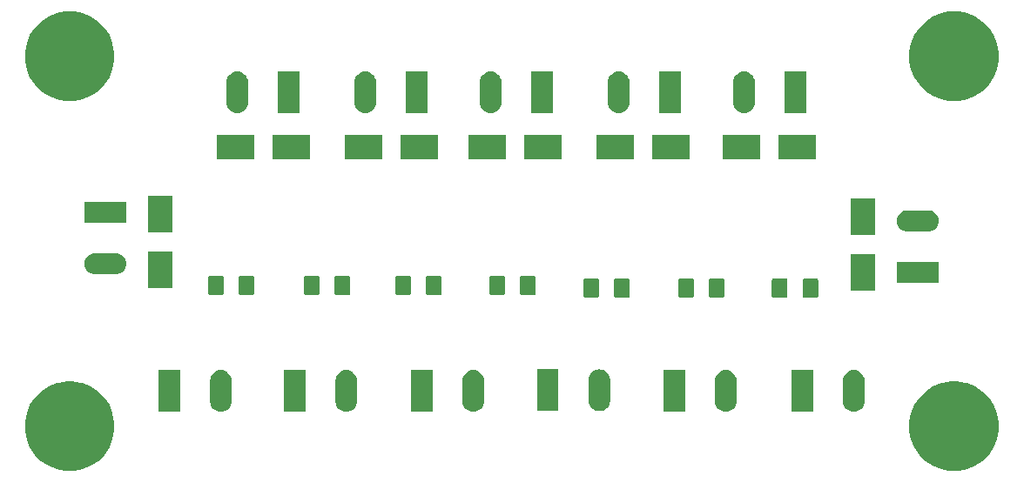
<source format=gbs>
G04 #@! TF.GenerationSoftware,KiCad,Pcbnew,(5.1.4)-1*
G04 #@! TF.CreationDate,2019-11-29T00:22:24+00:00*
G04 #@! TF.ProjectId,relay-replacement-board,72656c61-792d-4726-9570-6c6163656d65,rev?*
G04 #@! TF.SameCoordinates,Original*
G04 #@! TF.FileFunction,Soldermask,Bot*
G04 #@! TF.FilePolarity,Negative*
%FSLAX46Y46*%
G04 Gerber Fmt 4.6, Leading zero omitted, Abs format (unit mm)*
G04 Created by KiCad (PCBNEW (5.1.4)-1) date 2019-11-29 00:22:24*
%MOMM*%
%LPD*%
G04 APERTURE LIST*
%ADD10C,0.100000*%
G04 APERTURE END LIST*
D10*
G36*
X178548156Y-108672794D02*
G01*
X179269140Y-108816206D01*
X180060972Y-109144193D01*
X180773601Y-109620357D01*
X181379643Y-110226399D01*
X181855807Y-110939028D01*
X182183794Y-111730860D01*
X182351000Y-112571464D01*
X182351000Y-113428536D01*
X182183794Y-114269140D01*
X181855807Y-115060972D01*
X181379643Y-115773601D01*
X180773601Y-116379643D01*
X180060972Y-116855807D01*
X179269140Y-117183794D01*
X178548156Y-117327206D01*
X178428537Y-117351000D01*
X177571463Y-117351000D01*
X177451844Y-117327206D01*
X176730860Y-117183794D01*
X175939028Y-116855807D01*
X175226399Y-116379643D01*
X174620357Y-115773601D01*
X174144193Y-115060972D01*
X173816206Y-114269140D01*
X173649000Y-113428536D01*
X173649000Y-112571464D01*
X173816206Y-111730860D01*
X174144193Y-110939028D01*
X174620357Y-110226399D01*
X175226399Y-109620357D01*
X175939028Y-109144193D01*
X176730860Y-108816206D01*
X177451844Y-108672794D01*
X177571463Y-108649000D01*
X178428537Y-108649000D01*
X178548156Y-108672794D01*
X178548156Y-108672794D01*
G37*
G36*
X92548156Y-108672794D02*
G01*
X93269140Y-108816206D01*
X94060972Y-109144193D01*
X94773601Y-109620357D01*
X95379643Y-110226399D01*
X95855807Y-110939028D01*
X96183794Y-111730860D01*
X96351000Y-112571464D01*
X96351000Y-113428536D01*
X96183794Y-114269140D01*
X95855807Y-115060972D01*
X95379643Y-115773601D01*
X94773601Y-116379643D01*
X94060972Y-116855807D01*
X93269140Y-117183794D01*
X92548156Y-117327206D01*
X92428537Y-117351000D01*
X91571463Y-117351000D01*
X91451844Y-117327206D01*
X90730860Y-117183794D01*
X89939028Y-116855807D01*
X89226399Y-116379643D01*
X88620357Y-115773601D01*
X88144193Y-115060972D01*
X87816206Y-114269140D01*
X87649000Y-113428536D01*
X87649000Y-112571464D01*
X87816206Y-111730860D01*
X88144193Y-110939028D01*
X88620357Y-110226399D01*
X89226399Y-109620357D01*
X89939028Y-109144193D01*
X90730860Y-108816206D01*
X91451844Y-108672794D01*
X91571463Y-108649000D01*
X92428537Y-108649000D01*
X92548156Y-108672794D01*
X92548156Y-108672794D01*
G37*
G36*
X106912071Y-107554063D02*
G01*
X107108300Y-107613589D01*
X107289146Y-107710253D01*
X107330437Y-107744140D01*
X107447660Y-107840340D01*
X107577748Y-107998855D01*
X107636994Y-108109697D01*
X107674411Y-108179699D01*
X107733937Y-108375928D01*
X107749000Y-108528868D01*
X107749000Y-110611132D01*
X107733937Y-110764072D01*
X107674411Y-110960301D01*
X107674410Y-110960303D01*
X107577748Y-111141145D01*
X107447660Y-111299660D01*
X107289145Y-111429748D01*
X107108303Y-111526410D01*
X107108301Y-111526411D01*
X106912072Y-111585937D01*
X106708000Y-111606036D01*
X106503929Y-111585937D01*
X106307700Y-111526411D01*
X106307698Y-111526410D01*
X106126856Y-111429748D01*
X105968341Y-111299660D01*
X105838253Y-111141145D01*
X105741591Y-110960303D01*
X105741590Y-110960301D01*
X105682064Y-110764072D01*
X105667001Y-110611132D01*
X105667000Y-108528869D01*
X105682063Y-108375929D01*
X105741589Y-108179700D01*
X105838253Y-107998854D01*
X105872140Y-107957563D01*
X105968340Y-107840340D01*
X106126855Y-107710252D01*
X106307697Y-107613590D01*
X106307699Y-107613589D01*
X106503928Y-107554063D01*
X106708000Y-107533964D01*
X106912071Y-107554063D01*
X106912071Y-107554063D01*
G37*
G36*
X168442071Y-107554063D02*
G01*
X168638300Y-107613589D01*
X168819146Y-107710253D01*
X168860437Y-107744140D01*
X168977660Y-107840340D01*
X169107748Y-107998855D01*
X169166994Y-108109697D01*
X169204411Y-108179699D01*
X169263937Y-108375928D01*
X169279000Y-108528868D01*
X169279000Y-110611132D01*
X169263937Y-110764072D01*
X169204411Y-110960301D01*
X169204410Y-110960303D01*
X169107748Y-111141145D01*
X168977660Y-111299660D01*
X168819145Y-111429748D01*
X168638303Y-111526410D01*
X168638301Y-111526411D01*
X168442072Y-111585937D01*
X168238000Y-111606036D01*
X168033929Y-111585937D01*
X167837700Y-111526411D01*
X167837698Y-111526410D01*
X167656856Y-111429748D01*
X167498341Y-111299660D01*
X167368253Y-111141145D01*
X167271591Y-110960303D01*
X167271590Y-110960301D01*
X167212064Y-110764072D01*
X167197001Y-110611132D01*
X167197000Y-108528869D01*
X167212063Y-108375929D01*
X167271589Y-108179700D01*
X167368253Y-107998854D01*
X167402140Y-107957563D01*
X167498340Y-107840340D01*
X167656855Y-107710252D01*
X167837697Y-107613590D01*
X167837699Y-107613589D01*
X168033928Y-107554063D01*
X168238000Y-107533964D01*
X168442071Y-107554063D01*
X168442071Y-107554063D01*
G37*
G36*
X119104071Y-107554063D02*
G01*
X119300300Y-107613589D01*
X119481146Y-107710253D01*
X119522437Y-107744140D01*
X119639660Y-107840340D01*
X119769748Y-107998855D01*
X119828994Y-108109697D01*
X119866411Y-108179699D01*
X119925937Y-108375928D01*
X119941000Y-108528868D01*
X119941000Y-110611132D01*
X119925937Y-110764072D01*
X119866411Y-110960301D01*
X119866410Y-110960303D01*
X119769748Y-111141145D01*
X119639660Y-111299660D01*
X119481145Y-111429748D01*
X119300303Y-111526410D01*
X119300301Y-111526411D01*
X119104072Y-111585937D01*
X118900000Y-111606036D01*
X118695929Y-111585937D01*
X118499700Y-111526411D01*
X118499698Y-111526410D01*
X118318856Y-111429748D01*
X118160341Y-111299660D01*
X118030253Y-111141145D01*
X117933591Y-110960303D01*
X117933590Y-110960301D01*
X117874064Y-110764072D01*
X117859001Y-110611132D01*
X117859000Y-108528869D01*
X117874063Y-108375929D01*
X117933589Y-108179700D01*
X118030253Y-107998854D01*
X118064140Y-107957563D01*
X118160340Y-107840340D01*
X118318855Y-107710252D01*
X118499697Y-107613590D01*
X118499699Y-107613589D01*
X118695928Y-107554063D01*
X118900000Y-107533964D01*
X119104071Y-107554063D01*
X119104071Y-107554063D01*
G37*
G36*
X155996071Y-107554063D02*
G01*
X156192300Y-107613589D01*
X156373146Y-107710253D01*
X156414437Y-107744140D01*
X156531660Y-107840340D01*
X156661748Y-107998855D01*
X156720994Y-108109697D01*
X156758411Y-108179699D01*
X156817937Y-108375928D01*
X156833000Y-108528868D01*
X156833000Y-110611132D01*
X156817937Y-110764072D01*
X156758411Y-110960301D01*
X156758410Y-110960303D01*
X156661748Y-111141145D01*
X156531660Y-111299660D01*
X156373145Y-111429748D01*
X156192303Y-111526410D01*
X156192301Y-111526411D01*
X155996072Y-111585937D01*
X155792000Y-111606036D01*
X155587929Y-111585937D01*
X155391700Y-111526411D01*
X155391698Y-111526410D01*
X155210856Y-111429748D01*
X155052341Y-111299660D01*
X154922253Y-111141145D01*
X154825591Y-110960303D01*
X154825590Y-110960301D01*
X154766064Y-110764072D01*
X154751001Y-110611132D01*
X154751000Y-108528869D01*
X154766063Y-108375929D01*
X154825589Y-108179700D01*
X154922253Y-107998854D01*
X154956140Y-107957563D01*
X155052340Y-107840340D01*
X155210855Y-107710252D01*
X155391697Y-107613590D01*
X155391699Y-107613589D01*
X155587928Y-107554063D01*
X155792000Y-107533964D01*
X155996071Y-107554063D01*
X155996071Y-107554063D01*
G37*
G36*
X131454071Y-107554063D02*
G01*
X131650300Y-107613589D01*
X131831146Y-107710253D01*
X131872437Y-107744140D01*
X131989660Y-107840340D01*
X132119748Y-107998855D01*
X132178994Y-108109697D01*
X132216411Y-108179699D01*
X132275937Y-108375928D01*
X132291000Y-108528868D01*
X132291000Y-110611132D01*
X132275937Y-110764072D01*
X132216411Y-110960301D01*
X132216410Y-110960303D01*
X132119748Y-111141145D01*
X131989660Y-111299660D01*
X131831145Y-111429748D01*
X131650303Y-111526410D01*
X131650301Y-111526411D01*
X131454072Y-111585937D01*
X131250000Y-111606036D01*
X131045929Y-111585937D01*
X130849700Y-111526411D01*
X130849698Y-111526410D01*
X130668856Y-111429748D01*
X130510341Y-111299660D01*
X130380253Y-111141145D01*
X130283591Y-110960303D01*
X130283590Y-110960301D01*
X130224064Y-110764072D01*
X130209001Y-110611132D01*
X130209000Y-108528869D01*
X130224063Y-108375929D01*
X130283589Y-108179700D01*
X130380253Y-107998854D01*
X130414140Y-107957563D01*
X130510340Y-107840340D01*
X130668855Y-107710252D01*
X130849697Y-107613590D01*
X130849699Y-107613589D01*
X131045928Y-107554063D01*
X131250000Y-107533964D01*
X131454071Y-107554063D01*
X131454071Y-107554063D01*
G37*
G36*
X102749000Y-111601000D02*
G01*
X100667000Y-111601000D01*
X100667000Y-107539000D01*
X102749000Y-107539000D01*
X102749000Y-111601000D01*
X102749000Y-111601000D01*
G37*
G36*
X127291000Y-111601000D02*
G01*
X125209000Y-111601000D01*
X125209000Y-107539000D01*
X127291000Y-107539000D01*
X127291000Y-111601000D01*
X127291000Y-111601000D01*
G37*
G36*
X164279000Y-111601000D02*
G01*
X162197000Y-111601000D01*
X162197000Y-107539000D01*
X164279000Y-107539000D01*
X164279000Y-111601000D01*
X164279000Y-111601000D01*
G37*
G36*
X114941000Y-111601000D02*
G01*
X112859000Y-111601000D01*
X112859000Y-107539000D01*
X114941000Y-107539000D01*
X114941000Y-111601000D01*
X114941000Y-111601000D01*
G37*
G36*
X151833000Y-111601000D02*
G01*
X149751000Y-111601000D01*
X149751000Y-107539000D01*
X151833000Y-107539000D01*
X151833000Y-111601000D01*
X151833000Y-111601000D01*
G37*
G36*
X143704071Y-107484063D02*
G01*
X143900300Y-107543589D01*
X144081146Y-107640253D01*
X144122437Y-107674140D01*
X144239660Y-107770340D01*
X144369748Y-107928855D01*
X144407164Y-107998856D01*
X144466411Y-108109699D01*
X144525937Y-108305928D01*
X144541000Y-108458868D01*
X144541000Y-110541132D01*
X144525937Y-110694072D01*
X144466411Y-110890301D01*
X144466410Y-110890303D01*
X144369748Y-111071145D01*
X144239660Y-111229660D01*
X144081145Y-111359748D01*
X143950186Y-111429747D01*
X143900301Y-111456411D01*
X143704072Y-111515937D01*
X143500000Y-111536036D01*
X143295929Y-111515937D01*
X143099700Y-111456411D01*
X143049815Y-111429747D01*
X142918856Y-111359748D01*
X142760341Y-111229660D01*
X142630253Y-111071145D01*
X142533591Y-110890303D01*
X142533590Y-110890301D01*
X142474064Y-110694072D01*
X142459001Y-110541132D01*
X142459000Y-108458869D01*
X142474063Y-108305929D01*
X142533589Y-108109700D01*
X142630253Y-107928854D01*
X142664140Y-107887563D01*
X142760340Y-107770340D01*
X142918855Y-107640252D01*
X143099697Y-107543590D01*
X143099699Y-107543589D01*
X143295928Y-107484063D01*
X143500000Y-107463964D01*
X143704071Y-107484063D01*
X143704071Y-107484063D01*
G37*
G36*
X139541000Y-111531000D02*
G01*
X137459000Y-111531000D01*
X137459000Y-107469000D01*
X139541000Y-107469000D01*
X139541000Y-111531000D01*
X139541000Y-111531000D01*
G37*
G36*
X146308062Y-98630181D02*
G01*
X146342981Y-98640774D01*
X146375163Y-98657976D01*
X146403373Y-98681127D01*
X146426524Y-98709337D01*
X146443726Y-98741519D01*
X146454319Y-98776438D01*
X146458500Y-98818895D01*
X146458500Y-100285105D01*
X146454319Y-100327562D01*
X146443726Y-100362481D01*
X146426524Y-100394663D01*
X146403373Y-100422873D01*
X146375163Y-100446024D01*
X146342981Y-100463226D01*
X146308062Y-100473819D01*
X146265605Y-100478000D01*
X145124395Y-100478000D01*
X145081938Y-100473819D01*
X145047019Y-100463226D01*
X145014837Y-100446024D01*
X144986627Y-100422873D01*
X144963476Y-100394663D01*
X144946274Y-100362481D01*
X144935681Y-100327562D01*
X144931500Y-100285105D01*
X144931500Y-98818895D01*
X144935681Y-98776438D01*
X144946274Y-98741519D01*
X144963476Y-98709337D01*
X144986627Y-98681127D01*
X145014837Y-98657976D01*
X145047019Y-98640774D01*
X145081938Y-98630181D01*
X145124395Y-98626000D01*
X146265605Y-98626000D01*
X146308062Y-98630181D01*
X146308062Y-98630181D01*
G37*
G36*
X161657562Y-98630181D02*
G01*
X161692481Y-98640774D01*
X161724663Y-98657976D01*
X161752873Y-98681127D01*
X161776024Y-98709337D01*
X161793226Y-98741519D01*
X161803819Y-98776438D01*
X161808000Y-98818895D01*
X161808000Y-100285105D01*
X161803819Y-100327562D01*
X161793226Y-100362481D01*
X161776024Y-100394663D01*
X161752873Y-100422873D01*
X161724663Y-100446024D01*
X161692481Y-100463226D01*
X161657562Y-100473819D01*
X161615105Y-100478000D01*
X160473895Y-100478000D01*
X160431438Y-100473819D01*
X160396519Y-100463226D01*
X160364337Y-100446024D01*
X160336127Y-100422873D01*
X160312976Y-100394663D01*
X160295774Y-100362481D01*
X160285181Y-100327562D01*
X160281000Y-100285105D01*
X160281000Y-98818895D01*
X160285181Y-98776438D01*
X160295774Y-98741519D01*
X160312976Y-98709337D01*
X160336127Y-98681127D01*
X160364337Y-98657976D01*
X160396519Y-98640774D01*
X160431438Y-98630181D01*
X160473895Y-98626000D01*
X161615105Y-98626000D01*
X161657562Y-98630181D01*
X161657562Y-98630181D01*
G37*
G36*
X155525062Y-98630181D02*
G01*
X155559981Y-98640774D01*
X155592163Y-98657976D01*
X155620373Y-98681127D01*
X155643524Y-98709337D01*
X155660726Y-98741519D01*
X155671319Y-98776438D01*
X155675500Y-98818895D01*
X155675500Y-100285105D01*
X155671319Y-100327562D01*
X155660726Y-100362481D01*
X155643524Y-100394663D01*
X155620373Y-100422873D01*
X155592163Y-100446024D01*
X155559981Y-100463226D01*
X155525062Y-100473819D01*
X155482605Y-100478000D01*
X154341395Y-100478000D01*
X154298938Y-100473819D01*
X154264019Y-100463226D01*
X154231837Y-100446024D01*
X154203627Y-100422873D01*
X154180476Y-100394663D01*
X154163274Y-100362481D01*
X154152681Y-100327562D01*
X154148500Y-100285105D01*
X154148500Y-98818895D01*
X154152681Y-98776438D01*
X154163274Y-98741519D01*
X154180476Y-98709337D01*
X154203627Y-98681127D01*
X154231837Y-98657976D01*
X154264019Y-98640774D01*
X154298938Y-98630181D01*
X154341395Y-98626000D01*
X155482605Y-98626000D01*
X155525062Y-98630181D01*
X155525062Y-98630181D01*
G37*
G36*
X152550062Y-98630181D02*
G01*
X152584981Y-98640774D01*
X152617163Y-98657976D01*
X152645373Y-98681127D01*
X152668524Y-98709337D01*
X152685726Y-98741519D01*
X152696319Y-98776438D01*
X152700500Y-98818895D01*
X152700500Y-100285105D01*
X152696319Y-100327562D01*
X152685726Y-100362481D01*
X152668524Y-100394663D01*
X152645373Y-100422873D01*
X152617163Y-100446024D01*
X152584981Y-100463226D01*
X152550062Y-100473819D01*
X152507605Y-100478000D01*
X151366395Y-100478000D01*
X151323938Y-100473819D01*
X151289019Y-100463226D01*
X151256837Y-100446024D01*
X151228627Y-100422873D01*
X151205476Y-100394663D01*
X151188274Y-100362481D01*
X151177681Y-100327562D01*
X151173500Y-100285105D01*
X151173500Y-98818895D01*
X151177681Y-98776438D01*
X151188274Y-98741519D01*
X151205476Y-98709337D01*
X151228627Y-98681127D01*
X151256837Y-98657976D01*
X151289019Y-98640774D01*
X151323938Y-98630181D01*
X151366395Y-98626000D01*
X152507605Y-98626000D01*
X152550062Y-98630181D01*
X152550062Y-98630181D01*
G37*
G36*
X143333062Y-98630181D02*
G01*
X143367981Y-98640774D01*
X143400163Y-98657976D01*
X143428373Y-98681127D01*
X143451524Y-98709337D01*
X143468726Y-98741519D01*
X143479319Y-98776438D01*
X143483500Y-98818895D01*
X143483500Y-100285105D01*
X143479319Y-100327562D01*
X143468726Y-100362481D01*
X143451524Y-100394663D01*
X143428373Y-100422873D01*
X143400163Y-100446024D01*
X143367981Y-100463226D01*
X143333062Y-100473819D01*
X143290605Y-100478000D01*
X142149395Y-100478000D01*
X142106938Y-100473819D01*
X142072019Y-100463226D01*
X142039837Y-100446024D01*
X142011627Y-100422873D01*
X141988476Y-100394663D01*
X141971274Y-100362481D01*
X141960681Y-100327562D01*
X141956500Y-100285105D01*
X141956500Y-98818895D01*
X141960681Y-98776438D01*
X141971274Y-98741519D01*
X141988476Y-98709337D01*
X142011627Y-98681127D01*
X142039837Y-98657976D01*
X142072019Y-98640774D01*
X142106938Y-98630181D01*
X142149395Y-98626000D01*
X143290605Y-98626000D01*
X143333062Y-98630181D01*
X143333062Y-98630181D01*
G37*
G36*
X164632562Y-98630181D02*
G01*
X164667481Y-98640774D01*
X164699663Y-98657976D01*
X164727873Y-98681127D01*
X164751024Y-98709337D01*
X164768226Y-98741519D01*
X164778819Y-98776438D01*
X164783000Y-98818895D01*
X164783000Y-100285105D01*
X164778819Y-100327562D01*
X164768226Y-100362481D01*
X164751024Y-100394663D01*
X164727873Y-100422873D01*
X164699663Y-100446024D01*
X164667481Y-100463226D01*
X164632562Y-100473819D01*
X164590105Y-100478000D01*
X163448895Y-100478000D01*
X163406438Y-100473819D01*
X163371519Y-100463226D01*
X163339337Y-100446024D01*
X163311127Y-100422873D01*
X163287976Y-100394663D01*
X163270774Y-100362481D01*
X163260181Y-100327562D01*
X163256000Y-100285105D01*
X163256000Y-98818895D01*
X163260181Y-98776438D01*
X163270774Y-98741519D01*
X163287976Y-98709337D01*
X163311127Y-98681127D01*
X163339337Y-98657976D01*
X163371519Y-98640774D01*
X163406438Y-98630181D01*
X163448895Y-98626000D01*
X164590105Y-98626000D01*
X164632562Y-98630181D01*
X164632562Y-98630181D01*
G37*
G36*
X119130062Y-98376181D02*
G01*
X119164981Y-98386774D01*
X119197163Y-98403976D01*
X119225373Y-98427127D01*
X119248524Y-98455337D01*
X119265726Y-98487519D01*
X119276319Y-98522438D01*
X119280500Y-98564895D01*
X119280500Y-100031105D01*
X119276319Y-100073562D01*
X119265726Y-100108481D01*
X119248524Y-100140663D01*
X119225373Y-100168873D01*
X119197163Y-100192024D01*
X119164981Y-100209226D01*
X119130062Y-100219819D01*
X119087605Y-100224000D01*
X117946395Y-100224000D01*
X117903938Y-100219819D01*
X117869019Y-100209226D01*
X117836837Y-100192024D01*
X117808627Y-100168873D01*
X117785476Y-100140663D01*
X117768274Y-100108481D01*
X117757681Y-100073562D01*
X117753500Y-100031105D01*
X117753500Y-98564895D01*
X117757681Y-98522438D01*
X117768274Y-98487519D01*
X117785476Y-98455337D01*
X117808627Y-98427127D01*
X117836837Y-98403976D01*
X117869019Y-98386774D01*
X117903938Y-98376181D01*
X117946395Y-98372000D01*
X119087605Y-98372000D01*
X119130062Y-98376181D01*
X119130062Y-98376181D01*
G37*
G36*
X128020062Y-98376181D02*
G01*
X128054981Y-98386774D01*
X128087163Y-98403976D01*
X128115373Y-98427127D01*
X128138524Y-98455337D01*
X128155726Y-98487519D01*
X128166319Y-98522438D01*
X128170500Y-98564895D01*
X128170500Y-100031105D01*
X128166319Y-100073562D01*
X128155726Y-100108481D01*
X128138524Y-100140663D01*
X128115373Y-100168873D01*
X128087163Y-100192024D01*
X128054981Y-100209226D01*
X128020062Y-100219819D01*
X127977605Y-100224000D01*
X126836395Y-100224000D01*
X126793938Y-100219819D01*
X126759019Y-100209226D01*
X126726837Y-100192024D01*
X126698627Y-100168873D01*
X126675476Y-100140663D01*
X126658274Y-100108481D01*
X126647681Y-100073562D01*
X126643500Y-100031105D01*
X126643500Y-98564895D01*
X126647681Y-98522438D01*
X126658274Y-98487519D01*
X126675476Y-98455337D01*
X126698627Y-98427127D01*
X126726837Y-98403976D01*
X126759019Y-98386774D01*
X126793938Y-98376181D01*
X126836395Y-98372000D01*
X127977605Y-98372000D01*
X128020062Y-98376181D01*
X128020062Y-98376181D01*
G37*
G36*
X125045062Y-98376181D02*
G01*
X125079981Y-98386774D01*
X125112163Y-98403976D01*
X125140373Y-98427127D01*
X125163524Y-98455337D01*
X125180726Y-98487519D01*
X125191319Y-98522438D01*
X125195500Y-98564895D01*
X125195500Y-100031105D01*
X125191319Y-100073562D01*
X125180726Y-100108481D01*
X125163524Y-100140663D01*
X125140373Y-100168873D01*
X125112163Y-100192024D01*
X125079981Y-100209226D01*
X125045062Y-100219819D01*
X125002605Y-100224000D01*
X123861395Y-100224000D01*
X123818938Y-100219819D01*
X123784019Y-100209226D01*
X123751837Y-100192024D01*
X123723627Y-100168873D01*
X123700476Y-100140663D01*
X123683274Y-100108481D01*
X123672681Y-100073562D01*
X123668500Y-100031105D01*
X123668500Y-98564895D01*
X123672681Y-98522438D01*
X123683274Y-98487519D01*
X123700476Y-98455337D01*
X123723627Y-98427127D01*
X123751837Y-98403976D01*
X123784019Y-98386774D01*
X123818938Y-98376181D01*
X123861395Y-98372000D01*
X125002605Y-98372000D01*
X125045062Y-98376181D01*
X125045062Y-98376181D01*
G37*
G36*
X137164062Y-98376181D02*
G01*
X137198981Y-98386774D01*
X137231163Y-98403976D01*
X137259373Y-98427127D01*
X137282524Y-98455337D01*
X137299726Y-98487519D01*
X137310319Y-98522438D01*
X137314500Y-98564895D01*
X137314500Y-100031105D01*
X137310319Y-100073562D01*
X137299726Y-100108481D01*
X137282524Y-100140663D01*
X137259373Y-100168873D01*
X137231163Y-100192024D01*
X137198981Y-100209226D01*
X137164062Y-100219819D01*
X137121605Y-100224000D01*
X135980395Y-100224000D01*
X135937938Y-100219819D01*
X135903019Y-100209226D01*
X135870837Y-100192024D01*
X135842627Y-100168873D01*
X135819476Y-100140663D01*
X135802274Y-100108481D01*
X135791681Y-100073562D01*
X135787500Y-100031105D01*
X135787500Y-98564895D01*
X135791681Y-98522438D01*
X135802274Y-98487519D01*
X135819476Y-98455337D01*
X135842627Y-98427127D01*
X135870837Y-98403976D01*
X135903019Y-98386774D01*
X135937938Y-98376181D01*
X135980395Y-98372000D01*
X137121605Y-98372000D01*
X137164062Y-98376181D01*
X137164062Y-98376181D01*
G37*
G36*
X134189062Y-98376181D02*
G01*
X134223981Y-98386774D01*
X134256163Y-98403976D01*
X134284373Y-98427127D01*
X134307524Y-98455337D01*
X134324726Y-98487519D01*
X134335319Y-98522438D01*
X134339500Y-98564895D01*
X134339500Y-100031105D01*
X134335319Y-100073562D01*
X134324726Y-100108481D01*
X134307524Y-100140663D01*
X134284373Y-100168873D01*
X134256163Y-100192024D01*
X134223981Y-100209226D01*
X134189062Y-100219819D01*
X134146605Y-100224000D01*
X133005395Y-100224000D01*
X132962938Y-100219819D01*
X132928019Y-100209226D01*
X132895837Y-100192024D01*
X132867627Y-100168873D01*
X132844476Y-100140663D01*
X132827274Y-100108481D01*
X132816681Y-100073562D01*
X132812500Y-100031105D01*
X132812500Y-98564895D01*
X132816681Y-98522438D01*
X132827274Y-98487519D01*
X132844476Y-98455337D01*
X132867627Y-98427127D01*
X132895837Y-98403976D01*
X132928019Y-98386774D01*
X132962938Y-98376181D01*
X133005395Y-98372000D01*
X134146605Y-98372000D01*
X134189062Y-98376181D01*
X134189062Y-98376181D01*
G37*
G36*
X116155062Y-98376181D02*
G01*
X116189981Y-98386774D01*
X116222163Y-98403976D01*
X116250373Y-98427127D01*
X116273524Y-98455337D01*
X116290726Y-98487519D01*
X116301319Y-98522438D01*
X116305500Y-98564895D01*
X116305500Y-100031105D01*
X116301319Y-100073562D01*
X116290726Y-100108481D01*
X116273524Y-100140663D01*
X116250373Y-100168873D01*
X116222163Y-100192024D01*
X116189981Y-100209226D01*
X116155062Y-100219819D01*
X116112605Y-100224000D01*
X114971395Y-100224000D01*
X114928938Y-100219819D01*
X114894019Y-100209226D01*
X114861837Y-100192024D01*
X114833627Y-100168873D01*
X114810476Y-100140663D01*
X114793274Y-100108481D01*
X114782681Y-100073562D01*
X114778500Y-100031105D01*
X114778500Y-98564895D01*
X114782681Y-98522438D01*
X114793274Y-98487519D01*
X114810476Y-98455337D01*
X114833627Y-98427127D01*
X114861837Y-98403976D01*
X114894019Y-98386774D01*
X114928938Y-98376181D01*
X114971395Y-98372000D01*
X116112605Y-98372000D01*
X116155062Y-98376181D01*
X116155062Y-98376181D01*
G37*
G36*
X109805062Y-98376181D02*
G01*
X109839981Y-98386774D01*
X109872163Y-98403976D01*
X109900373Y-98427127D01*
X109923524Y-98455337D01*
X109940726Y-98487519D01*
X109951319Y-98522438D01*
X109955500Y-98564895D01*
X109955500Y-100031105D01*
X109951319Y-100073562D01*
X109940726Y-100108481D01*
X109923524Y-100140663D01*
X109900373Y-100168873D01*
X109872163Y-100192024D01*
X109839981Y-100209226D01*
X109805062Y-100219819D01*
X109762605Y-100224000D01*
X108621395Y-100224000D01*
X108578938Y-100219819D01*
X108544019Y-100209226D01*
X108511837Y-100192024D01*
X108483627Y-100168873D01*
X108460476Y-100140663D01*
X108443274Y-100108481D01*
X108432681Y-100073562D01*
X108428500Y-100031105D01*
X108428500Y-98564895D01*
X108432681Y-98522438D01*
X108443274Y-98487519D01*
X108460476Y-98455337D01*
X108483627Y-98427127D01*
X108511837Y-98403976D01*
X108544019Y-98386774D01*
X108578938Y-98376181D01*
X108621395Y-98372000D01*
X109762605Y-98372000D01*
X109805062Y-98376181D01*
X109805062Y-98376181D01*
G37*
G36*
X106830062Y-98376181D02*
G01*
X106864981Y-98386774D01*
X106897163Y-98403976D01*
X106925373Y-98427127D01*
X106948524Y-98455337D01*
X106965726Y-98487519D01*
X106976319Y-98522438D01*
X106980500Y-98564895D01*
X106980500Y-100031105D01*
X106976319Y-100073562D01*
X106965726Y-100108481D01*
X106948524Y-100140663D01*
X106925373Y-100168873D01*
X106897163Y-100192024D01*
X106864981Y-100209226D01*
X106830062Y-100219819D01*
X106787605Y-100224000D01*
X105646395Y-100224000D01*
X105603938Y-100219819D01*
X105569019Y-100209226D01*
X105536837Y-100192024D01*
X105508627Y-100168873D01*
X105485476Y-100140663D01*
X105468274Y-100108481D01*
X105457681Y-100073562D01*
X105453500Y-100031105D01*
X105453500Y-98564895D01*
X105457681Y-98522438D01*
X105468274Y-98487519D01*
X105485476Y-98455337D01*
X105508627Y-98427127D01*
X105536837Y-98403976D01*
X105569019Y-98386774D01*
X105603938Y-98376181D01*
X105646395Y-98372000D01*
X106787605Y-98372000D01*
X106830062Y-98376181D01*
X106830062Y-98376181D01*
G37*
G36*
X170337000Y-99829000D02*
G01*
X167935000Y-99829000D01*
X167935000Y-96227000D01*
X170337000Y-96227000D01*
X170337000Y-99829000D01*
X170337000Y-99829000D01*
G37*
G36*
X102011000Y-99575000D02*
G01*
X99609000Y-99575000D01*
X99609000Y-95973000D01*
X102011000Y-95973000D01*
X102011000Y-99575000D01*
X102011000Y-99575000D01*
G37*
G36*
X176501000Y-99069000D02*
G01*
X172439000Y-99069000D01*
X172439000Y-96987000D01*
X176501000Y-96987000D01*
X176501000Y-99069000D01*
X176501000Y-99069000D01*
G37*
G36*
X96568112Y-96150021D02*
G01*
X96670072Y-96160063D01*
X96866301Y-96219589D01*
X96866303Y-96219590D01*
X97047145Y-96316252D01*
X97205660Y-96446340D01*
X97335747Y-96604854D01*
X97432411Y-96785699D01*
X97491937Y-96981928D01*
X97512036Y-97186000D01*
X97491937Y-97390072D01*
X97432411Y-97586301D01*
X97432410Y-97586303D01*
X97335748Y-97767145D01*
X97205660Y-97925660D01*
X97047145Y-98055748D01*
X96866303Y-98152410D01*
X96866301Y-98152411D01*
X96670072Y-98211937D01*
X96568112Y-98221979D01*
X96517133Y-98227000D01*
X94434867Y-98227000D01*
X94383888Y-98221979D01*
X94281928Y-98211937D01*
X94085699Y-98152411D01*
X94085697Y-98152410D01*
X93904855Y-98055748D01*
X93746340Y-97925660D01*
X93616252Y-97767145D01*
X93519590Y-97586303D01*
X93519589Y-97586301D01*
X93460063Y-97390072D01*
X93439964Y-97186000D01*
X93460063Y-96981928D01*
X93519589Y-96785699D01*
X93616253Y-96604854D01*
X93746340Y-96446340D01*
X93904855Y-96316252D01*
X94085697Y-96219590D01*
X94085699Y-96219589D01*
X94281928Y-96160063D01*
X94383888Y-96150021D01*
X94434867Y-96145000D01*
X96517133Y-96145000D01*
X96568112Y-96150021D01*
X96568112Y-96150021D01*
G37*
G36*
X170337000Y-94429000D02*
G01*
X167935000Y-94429000D01*
X167935000Y-90827000D01*
X170337000Y-90827000D01*
X170337000Y-94429000D01*
X170337000Y-94429000D01*
G37*
G36*
X102011000Y-94175000D02*
G01*
X99609000Y-94175000D01*
X99609000Y-90573000D01*
X102011000Y-90573000D01*
X102011000Y-94175000D01*
X102011000Y-94175000D01*
G37*
G36*
X175562112Y-91992021D02*
G01*
X175664072Y-92002063D01*
X175860301Y-92061589D01*
X175860303Y-92061590D01*
X176041145Y-92158252D01*
X176199660Y-92288340D01*
X176329747Y-92446854D01*
X176426411Y-92627699D01*
X176485937Y-92823928D01*
X176506036Y-93028000D01*
X176485937Y-93232072D01*
X176426411Y-93428301D01*
X176426410Y-93428303D01*
X176329748Y-93609145D01*
X176199660Y-93767660D01*
X176041145Y-93897748D01*
X175860303Y-93994410D01*
X175860301Y-93994411D01*
X175664072Y-94053937D01*
X175562112Y-94063979D01*
X175511133Y-94069000D01*
X173428867Y-94069000D01*
X173377888Y-94063979D01*
X173275928Y-94053937D01*
X173079699Y-93994411D01*
X173079697Y-93994410D01*
X172898855Y-93897748D01*
X172740340Y-93767660D01*
X172610252Y-93609145D01*
X172513590Y-93428303D01*
X172513589Y-93428301D01*
X172454063Y-93232072D01*
X172433964Y-93028000D01*
X172454063Y-92823928D01*
X172513589Y-92627699D01*
X172610253Y-92446854D01*
X172740340Y-92288340D01*
X172898855Y-92158252D01*
X173079697Y-92061590D01*
X173079699Y-92061589D01*
X173275928Y-92002063D01*
X173377888Y-91992021D01*
X173428867Y-91987000D01*
X175511133Y-91987000D01*
X175562112Y-91992021D01*
X175562112Y-91992021D01*
G37*
G36*
X97507000Y-93227000D02*
G01*
X93445000Y-93227000D01*
X93445000Y-91145000D01*
X97507000Y-91145000D01*
X97507000Y-93227000D01*
X97507000Y-93227000D01*
G37*
G36*
X127797000Y-87037000D02*
G01*
X124195000Y-87037000D01*
X124195000Y-84635000D01*
X127797000Y-84635000D01*
X127797000Y-87037000D01*
X127797000Y-87037000D01*
G37*
G36*
X134401000Y-87037000D02*
G01*
X130799000Y-87037000D01*
X130799000Y-84635000D01*
X134401000Y-84635000D01*
X134401000Y-87037000D01*
X134401000Y-87037000D01*
G37*
G36*
X122397000Y-87037000D02*
G01*
X118795000Y-87037000D01*
X118795000Y-84635000D01*
X122397000Y-84635000D01*
X122397000Y-87037000D01*
X122397000Y-87037000D01*
G37*
G36*
X115351000Y-87037000D02*
G01*
X111749000Y-87037000D01*
X111749000Y-84635000D01*
X115351000Y-84635000D01*
X115351000Y-87037000D01*
X115351000Y-87037000D01*
G37*
G36*
X109951000Y-87037000D02*
G01*
X106349000Y-87037000D01*
X106349000Y-84635000D01*
X109951000Y-84635000D01*
X109951000Y-87037000D01*
X109951000Y-87037000D01*
G37*
G36*
X159133000Y-87037000D02*
G01*
X155531000Y-87037000D01*
X155531000Y-84635000D01*
X159133000Y-84635000D01*
X159133000Y-87037000D01*
X159133000Y-87037000D01*
G37*
G36*
X152247000Y-87037000D02*
G01*
X148645000Y-87037000D01*
X148645000Y-84635000D01*
X152247000Y-84635000D01*
X152247000Y-87037000D01*
X152247000Y-87037000D01*
G37*
G36*
X146847000Y-87037000D02*
G01*
X143245000Y-87037000D01*
X143245000Y-84635000D01*
X146847000Y-84635000D01*
X146847000Y-87037000D01*
X146847000Y-87037000D01*
G37*
G36*
X139801000Y-87037000D02*
G01*
X136199000Y-87037000D01*
X136199000Y-84635000D01*
X139801000Y-84635000D01*
X139801000Y-87037000D01*
X139801000Y-87037000D01*
G37*
G36*
X164533000Y-87037000D02*
G01*
X160931000Y-87037000D01*
X160931000Y-84635000D01*
X164533000Y-84635000D01*
X164533000Y-87037000D01*
X164533000Y-87037000D01*
G37*
G36*
X108500072Y-78486063D02*
G01*
X108696301Y-78545589D01*
X108696303Y-78545590D01*
X108877145Y-78642252D01*
X109035660Y-78772340D01*
X109165748Y-78930855D01*
X109225748Y-79043107D01*
X109262411Y-79111699D01*
X109321937Y-79307928D01*
X109337000Y-79460868D01*
X109337000Y-81543132D01*
X109321937Y-81696072D01*
X109262411Y-81892300D01*
X109262410Y-81892303D01*
X109165748Y-82073145D01*
X109035660Y-82231660D01*
X108918437Y-82327860D01*
X108877146Y-82361747D01*
X108696300Y-82458411D01*
X108500071Y-82517937D01*
X108296000Y-82538036D01*
X108091928Y-82517937D01*
X107895699Y-82458411D01*
X107895697Y-82458410D01*
X107714855Y-82361748D01*
X107556340Y-82231660D01*
X107460140Y-82114437D01*
X107426253Y-82073146D01*
X107329589Y-81892300D01*
X107270063Y-81696071D01*
X107255000Y-81543131D01*
X107255001Y-79460868D01*
X107270064Y-79307928D01*
X107329590Y-79111699D01*
X107366253Y-79043107D01*
X107426253Y-78930855D01*
X107556341Y-78772340D01*
X107714856Y-78642252D01*
X107895698Y-78545590D01*
X107895700Y-78545589D01*
X108091929Y-78486063D01*
X108296000Y-78465964D01*
X108500072Y-78486063D01*
X108500072Y-78486063D01*
G37*
G36*
X120946072Y-78486063D02*
G01*
X121142301Y-78545589D01*
X121142303Y-78545590D01*
X121323145Y-78642252D01*
X121481660Y-78772340D01*
X121611748Y-78930855D01*
X121671748Y-79043107D01*
X121708411Y-79111699D01*
X121767937Y-79307928D01*
X121783000Y-79460868D01*
X121783000Y-81543132D01*
X121767937Y-81696072D01*
X121708411Y-81892300D01*
X121708410Y-81892303D01*
X121611748Y-82073145D01*
X121481660Y-82231660D01*
X121364437Y-82327860D01*
X121323146Y-82361747D01*
X121142300Y-82458411D01*
X120946071Y-82517937D01*
X120742000Y-82538036D01*
X120537928Y-82517937D01*
X120341699Y-82458411D01*
X120341697Y-82458410D01*
X120160855Y-82361748D01*
X120002340Y-82231660D01*
X119906140Y-82114437D01*
X119872253Y-82073146D01*
X119775589Y-81892300D01*
X119716063Y-81696071D01*
X119701000Y-81543131D01*
X119701001Y-79460868D01*
X119716064Y-79307928D01*
X119775590Y-79111699D01*
X119812253Y-79043107D01*
X119872253Y-78930855D01*
X120002341Y-78772340D01*
X120160856Y-78642252D01*
X120341698Y-78545590D01*
X120341700Y-78545589D01*
X120537929Y-78486063D01*
X120742000Y-78465964D01*
X120946072Y-78486063D01*
X120946072Y-78486063D01*
G37*
G36*
X145584072Y-78486063D02*
G01*
X145780301Y-78545589D01*
X145780303Y-78545590D01*
X145961145Y-78642252D01*
X146119660Y-78772340D01*
X146249748Y-78930855D01*
X146309748Y-79043107D01*
X146346411Y-79111699D01*
X146405937Y-79307928D01*
X146421000Y-79460868D01*
X146421000Y-81543132D01*
X146405937Y-81696072D01*
X146346411Y-81892300D01*
X146346410Y-81892303D01*
X146249748Y-82073145D01*
X146119660Y-82231660D01*
X146002437Y-82327860D01*
X145961146Y-82361747D01*
X145780300Y-82458411D01*
X145584071Y-82517937D01*
X145380000Y-82538036D01*
X145175928Y-82517937D01*
X144979699Y-82458411D01*
X144979697Y-82458410D01*
X144798855Y-82361748D01*
X144640340Y-82231660D01*
X144544140Y-82114437D01*
X144510253Y-82073146D01*
X144413589Y-81892300D01*
X144354063Y-81696071D01*
X144339000Y-81543131D01*
X144339001Y-79460868D01*
X144354064Y-79307928D01*
X144413590Y-79111699D01*
X144450253Y-79043107D01*
X144510253Y-78930855D01*
X144640341Y-78772340D01*
X144798856Y-78642252D01*
X144979698Y-78545590D01*
X144979700Y-78545589D01*
X145175929Y-78486063D01*
X145380000Y-78465964D01*
X145584072Y-78486063D01*
X145584072Y-78486063D01*
G37*
G36*
X157776072Y-78486063D02*
G01*
X157972301Y-78545589D01*
X157972303Y-78545590D01*
X158153145Y-78642252D01*
X158311660Y-78772340D01*
X158441748Y-78930855D01*
X158501748Y-79043107D01*
X158538411Y-79111699D01*
X158597937Y-79307928D01*
X158613000Y-79460868D01*
X158613000Y-81543132D01*
X158597937Y-81696072D01*
X158538411Y-81892300D01*
X158538410Y-81892303D01*
X158441748Y-82073145D01*
X158311660Y-82231660D01*
X158194437Y-82327860D01*
X158153146Y-82361747D01*
X157972300Y-82458411D01*
X157776071Y-82517937D01*
X157572000Y-82538036D01*
X157367928Y-82517937D01*
X157171699Y-82458411D01*
X157171697Y-82458410D01*
X156990855Y-82361748D01*
X156832340Y-82231660D01*
X156736140Y-82114437D01*
X156702253Y-82073146D01*
X156605589Y-81892300D01*
X156546063Y-81696071D01*
X156531000Y-81543131D01*
X156531001Y-79460868D01*
X156546064Y-79307928D01*
X156605590Y-79111699D01*
X156642253Y-79043107D01*
X156702253Y-78930855D01*
X156832341Y-78772340D01*
X156990856Y-78642252D01*
X157171698Y-78545590D01*
X157171700Y-78545589D01*
X157367929Y-78486063D01*
X157572000Y-78465964D01*
X157776072Y-78486063D01*
X157776072Y-78486063D01*
G37*
G36*
X133138072Y-78486063D02*
G01*
X133334301Y-78545589D01*
X133334303Y-78545590D01*
X133515145Y-78642252D01*
X133673660Y-78772340D01*
X133803748Y-78930855D01*
X133863748Y-79043107D01*
X133900411Y-79111699D01*
X133959937Y-79307928D01*
X133975000Y-79460868D01*
X133975000Y-81543132D01*
X133959937Y-81696072D01*
X133900411Y-81892300D01*
X133900410Y-81892303D01*
X133803748Y-82073145D01*
X133673660Y-82231660D01*
X133556437Y-82327860D01*
X133515146Y-82361747D01*
X133334300Y-82458411D01*
X133138071Y-82517937D01*
X132934000Y-82538036D01*
X132729928Y-82517937D01*
X132533699Y-82458411D01*
X132533697Y-82458410D01*
X132352855Y-82361748D01*
X132194340Y-82231660D01*
X132098140Y-82114437D01*
X132064253Y-82073146D01*
X131967589Y-81892300D01*
X131908063Y-81696071D01*
X131893000Y-81543131D01*
X131893001Y-79460868D01*
X131908064Y-79307928D01*
X131967590Y-79111699D01*
X132004253Y-79043107D01*
X132064253Y-78930855D01*
X132194341Y-78772340D01*
X132352856Y-78642252D01*
X132533698Y-78545590D01*
X132533700Y-78545589D01*
X132729929Y-78486063D01*
X132934000Y-78465964D01*
X133138072Y-78486063D01*
X133138072Y-78486063D01*
G37*
G36*
X126783000Y-82533000D02*
G01*
X124701000Y-82533000D01*
X124701000Y-78471000D01*
X126783000Y-78471000D01*
X126783000Y-82533000D01*
X126783000Y-82533000D01*
G37*
G36*
X138975000Y-82533000D02*
G01*
X136893000Y-82533000D01*
X136893000Y-78471000D01*
X138975000Y-78471000D01*
X138975000Y-82533000D01*
X138975000Y-82533000D01*
G37*
G36*
X151421000Y-82533000D02*
G01*
X149339000Y-82533000D01*
X149339000Y-78471000D01*
X151421000Y-78471000D01*
X151421000Y-82533000D01*
X151421000Y-82533000D01*
G37*
G36*
X114337000Y-82533000D02*
G01*
X112255000Y-82533000D01*
X112255000Y-78471000D01*
X114337000Y-78471000D01*
X114337000Y-82533000D01*
X114337000Y-82533000D01*
G37*
G36*
X163613000Y-82533000D02*
G01*
X161531000Y-82533000D01*
X161531000Y-78471000D01*
X163613000Y-78471000D01*
X163613000Y-82533000D01*
X163613000Y-82533000D01*
G37*
G36*
X178548156Y-72672794D02*
G01*
X179269140Y-72816206D01*
X180060972Y-73144193D01*
X180773601Y-73620357D01*
X181379643Y-74226399D01*
X181855807Y-74939028D01*
X182183794Y-75730860D01*
X182351000Y-76571464D01*
X182351000Y-77428536D01*
X182183794Y-78269140D01*
X181855807Y-79060972D01*
X181379643Y-79773601D01*
X180773601Y-80379643D01*
X180060972Y-80855807D01*
X179269140Y-81183794D01*
X178548156Y-81327206D01*
X178428537Y-81351000D01*
X177571463Y-81351000D01*
X177451844Y-81327206D01*
X176730860Y-81183794D01*
X175939028Y-80855807D01*
X175226399Y-80379643D01*
X174620357Y-79773601D01*
X174144193Y-79060972D01*
X173816206Y-78269140D01*
X173649000Y-77428536D01*
X173649000Y-76571464D01*
X173816206Y-75730860D01*
X174144193Y-74939028D01*
X174620357Y-74226399D01*
X175226399Y-73620357D01*
X175939028Y-73144193D01*
X176730860Y-72816206D01*
X177451844Y-72672794D01*
X177571463Y-72649000D01*
X178428537Y-72649000D01*
X178548156Y-72672794D01*
X178548156Y-72672794D01*
G37*
G36*
X92548156Y-72672794D02*
G01*
X93269140Y-72816206D01*
X94060972Y-73144193D01*
X94773601Y-73620357D01*
X95379643Y-74226399D01*
X95855807Y-74939028D01*
X96183794Y-75730860D01*
X96351000Y-76571464D01*
X96351000Y-77428536D01*
X96183794Y-78269140D01*
X95855807Y-79060972D01*
X95379643Y-79773601D01*
X94773601Y-80379643D01*
X94060972Y-80855807D01*
X93269140Y-81183794D01*
X92548156Y-81327206D01*
X92428537Y-81351000D01*
X91571463Y-81351000D01*
X91451844Y-81327206D01*
X90730860Y-81183794D01*
X89939028Y-80855807D01*
X89226399Y-80379643D01*
X88620357Y-79773601D01*
X88144193Y-79060972D01*
X87816206Y-78269140D01*
X87649000Y-77428536D01*
X87649000Y-76571464D01*
X87816206Y-75730860D01*
X88144193Y-74939028D01*
X88620357Y-74226399D01*
X89226399Y-73620357D01*
X89939028Y-73144193D01*
X90730860Y-72816206D01*
X91451844Y-72672794D01*
X91571463Y-72649000D01*
X92428537Y-72649000D01*
X92548156Y-72672794D01*
X92548156Y-72672794D01*
G37*
M02*

</source>
